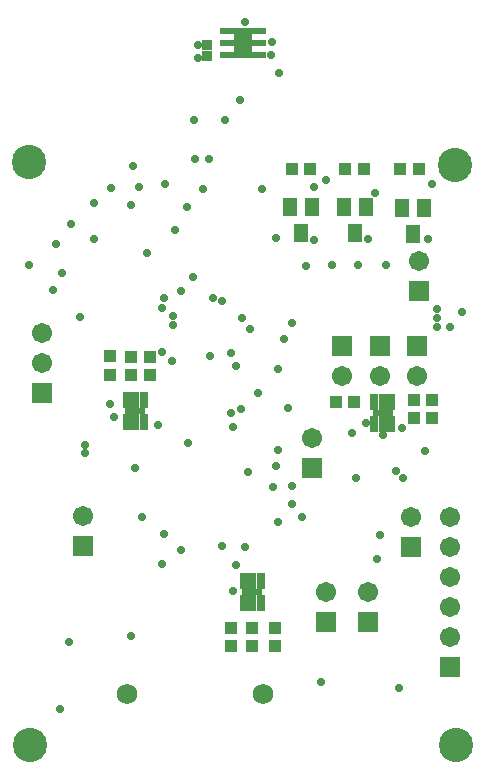
<source format=gbr>
%TF.GenerationSoftware,Altium Limited,Altium Designer,19.1.5 (86)*%
G04 Layer_Color=16711935*
%FSLAX26Y26*%
%MOIN*%
%TF.FileFunction,Soldermask,Bot*%
%TF.Part,Single*%
G01*
G75*
%TA.AperFunction,SMDPad,CuDef*%
%ADD51R,0.058394X0.102488*%
%ADD52R,0.047370X0.023748*%
%ADD53R,0.043433X0.041465*%
%ADD54R,0.041465X0.043433*%
%ADD55R,0.047370X0.063118*%
%ADD56R,0.070992X0.019417*%
%ADD57R,0.029654X0.053276*%
%ADD58R,0.033197X0.033197*%
%TA.AperFunction,ComponentPad*%
%ADD59R,0.067055X0.067055*%
%ADD60C,0.067055*%
%ADD61C,0.068000*%
%TA.AperFunction,ViaPad*%
%ADD62C,0.028000*%
%ADD63C,0.114299*%
D51*
X2510000Y2470728D02*
D03*
D52*
X2457244Y2431358D02*
D03*
Y2470728D02*
D03*
Y2510098D02*
D03*
X2562756Y2431358D02*
D03*
Y2470728D02*
D03*
Y2510098D02*
D03*
D53*
X2065000Y1426024D02*
D03*
Y1365000D02*
D03*
X2135000Y1425512D02*
D03*
Y1364488D02*
D03*
X2200000Y1425512D02*
D03*
Y1364488D02*
D03*
X2615000Y459488D02*
D03*
Y520512D02*
D03*
X2540000Y459488D02*
D03*
Y520512D02*
D03*
X2470000Y459488D02*
D03*
Y520512D02*
D03*
D54*
X3094848Y2050000D02*
D03*
X3033824D02*
D03*
X2911024D02*
D03*
X2850000D02*
D03*
X2733110D02*
D03*
X2672087D02*
D03*
X2819488Y1273137D02*
D03*
X2880512D02*
D03*
X3140000Y1281220D02*
D03*
X3078976D02*
D03*
X3140512Y1220000D02*
D03*
X3079488D02*
D03*
D55*
X3039406Y1920000D02*
D03*
X3114209D02*
D03*
X3076808Y1833386D02*
D03*
X2845197Y1925000D02*
D03*
X2920000D02*
D03*
X2882599Y1838386D02*
D03*
X2665197Y1925000D02*
D03*
X2740000D02*
D03*
X2702599Y1838386D02*
D03*
D56*
X2150000Y1245000D02*
D03*
X2540000Y641220D02*
D03*
X2975000Y1236917D02*
D03*
D57*
X2121457Y1281220D02*
D03*
X2150000D02*
D03*
X2178543D02*
D03*
X2121457Y1208780D02*
D03*
X2150000D02*
D03*
X2178543D02*
D03*
X2568543Y605000D02*
D03*
X2540000D02*
D03*
X2511457D02*
D03*
X2568543Y677441D02*
D03*
X2540000D02*
D03*
X2511457D02*
D03*
X2946457Y1273137D02*
D03*
X2975000D02*
D03*
X3003543D02*
D03*
X2946457Y1200696D02*
D03*
X2975000D02*
D03*
X3003543D02*
D03*
D58*
X2390000Y2426890D02*
D03*
Y2463110D02*
D03*
D59*
X2739685Y1055000D02*
D03*
X3070000Y790000D02*
D03*
X2925000Y540000D02*
D03*
X2785000D02*
D03*
X1840000Y1305000D02*
D03*
X1975000Y795000D02*
D03*
X3200000Y390000D02*
D03*
X3090000Y1460000D02*
D03*
X2965000D02*
D03*
X2840000D02*
D03*
X3095000Y1643242D02*
D03*
D60*
X2739685Y1155000D02*
D03*
X3070000Y890000D02*
D03*
X2925000Y640000D02*
D03*
X2785000D02*
D03*
X1840000Y1405000D02*
D03*
Y1505000D02*
D03*
X1975000Y895000D02*
D03*
X3200000Y490000D02*
D03*
Y590000D02*
D03*
Y690000D02*
D03*
Y790000D02*
D03*
Y890000D02*
D03*
X3090000Y1360000D02*
D03*
X2965000D02*
D03*
X2840000D02*
D03*
X3095000Y1743242D02*
D03*
D61*
X2124213Y300000D02*
D03*
X2575000D02*
D03*
D62*
X2281849Y1847427D02*
D03*
X2244918Y1619493D02*
D03*
X2013397Y1817265D02*
D03*
X2342196Y1690000D02*
D03*
X2485000Y1395000D02*
D03*
X2399638Y1426024D02*
D03*
X2626575Y1385000D02*
D03*
X2469431Y1236917D02*
D03*
X2502042Y1249322D02*
D03*
X3020000Y1045709D02*
D03*
X1900000Y250000D02*
D03*
X3116505Y1110853D02*
D03*
X3043266Y1020000D02*
D03*
X2626575Y1113037D02*
D03*
X2886890Y1020000D02*
D03*
X2672474Y995000D02*
D03*
Y935000D02*
D03*
X2610000Y990000D02*
D03*
X2487109Y730000D02*
D03*
X2302509Y780000D02*
D03*
X2238058Y735281D02*
D03*
X2475000Y645000D02*
D03*
X2872582Y1172362D02*
D03*
X3240000Y1575000D02*
D03*
X3200000Y1525000D02*
D03*
X3155000D02*
D03*
Y1555000D02*
D03*
Y1585000D02*
D03*
X2672474Y1536446D02*
D03*
X2645000Y1485000D02*
D03*
X2558877Y1305000D02*
D03*
X3028445Y320000D02*
D03*
X2770000Y340000D02*
D03*
X2505000Y1555000D02*
D03*
X2276559Y1531886D02*
D03*
Y1559725D02*
D03*
X1982806Y1102649D02*
D03*
X1982339Y1131283D02*
D03*
X2325000Y1137424D02*
D03*
X2225006Y1196922D02*
D03*
X2527345Y1041890D02*
D03*
X2244918Y835000D02*
D03*
X2135476Y495000D02*
D03*
X1930000Y475000D02*
D03*
X2149396Y1055000D02*
D03*
X2628975Y2370000D02*
D03*
X2500000Y2280000D02*
D03*
X2360000Y2422196D02*
D03*
Y2463474D02*
D03*
X2375000Y1983899D02*
D03*
X2572417D02*
D03*
X2786099Y2015000D02*
D03*
X2469431Y1437234D02*
D03*
X3039406Y1187678D02*
D03*
X2975000Y1165000D02*
D03*
X2920000Y1204173D02*
D03*
X3125000Y1815827D02*
D03*
X2924472D02*
D03*
X2745000Y1813205D02*
D03*
X3140000Y2000000D02*
D03*
X2240000Y1440000D02*
D03*
X2448228Y2214188D02*
D03*
X2347196Y2215000D02*
D03*
X2396872Y2085362D02*
D03*
X2350000D02*
D03*
X2474537Y1189182D02*
D03*
X2620000Y1059331D02*
D03*
X2078425Y1225000D02*
D03*
X2066868Y1268425D02*
D03*
X2660635Y1255586D02*
D03*
X2603974Y2431358D02*
D03*
X2605000Y2472780D02*
D03*
X2515000Y2540000D02*
D03*
X2950000Y1970000D02*
D03*
X2238058Y1587564D02*
D03*
X2302509Y1642729D02*
D03*
X2408408Y1622028D02*
D03*
X2533425Y1517467D02*
D03*
X2438920Y1609146D02*
D03*
X2271874Y1409395D02*
D03*
X2172836Y890000D02*
D03*
X2964646Y829876D02*
D03*
X2955000Y750000D02*
D03*
X2707244Y890000D02*
D03*
X2626575Y873307D02*
D03*
X2515000Y789488D02*
D03*
X2438920Y795000D02*
D03*
X1906905Y1704864D02*
D03*
X2745000Y1990000D02*
D03*
X2188120Y1770556D02*
D03*
X2986486Y1731036D02*
D03*
X2893347Y1729359D02*
D03*
X2805000Y1730540D02*
D03*
X2720000Y1728441D02*
D03*
X2620000Y1820987D02*
D03*
X2135256Y1931441D02*
D03*
X2012908Y1936441D02*
D03*
X1876941Y1646441D02*
D03*
X2248499Y2001441D02*
D03*
X2163094Y1991441D02*
D03*
X1967190Y1558327D02*
D03*
X2321941Y1925454D02*
D03*
X2143900Y2061441D02*
D03*
X2068349Y1986441D02*
D03*
X1936941Y1868842D02*
D03*
X1886941Y1801441D02*
D03*
X1796941Y1731441D02*
D03*
D63*
X1795000Y2075000D02*
D03*
X3220000Y130000D02*
D03*
X1800000D02*
D03*
X3215000Y2065000D02*
D03*
%TF.MD5,2de35d657bfdc54d844dc79554599e35*%
M02*

</source>
